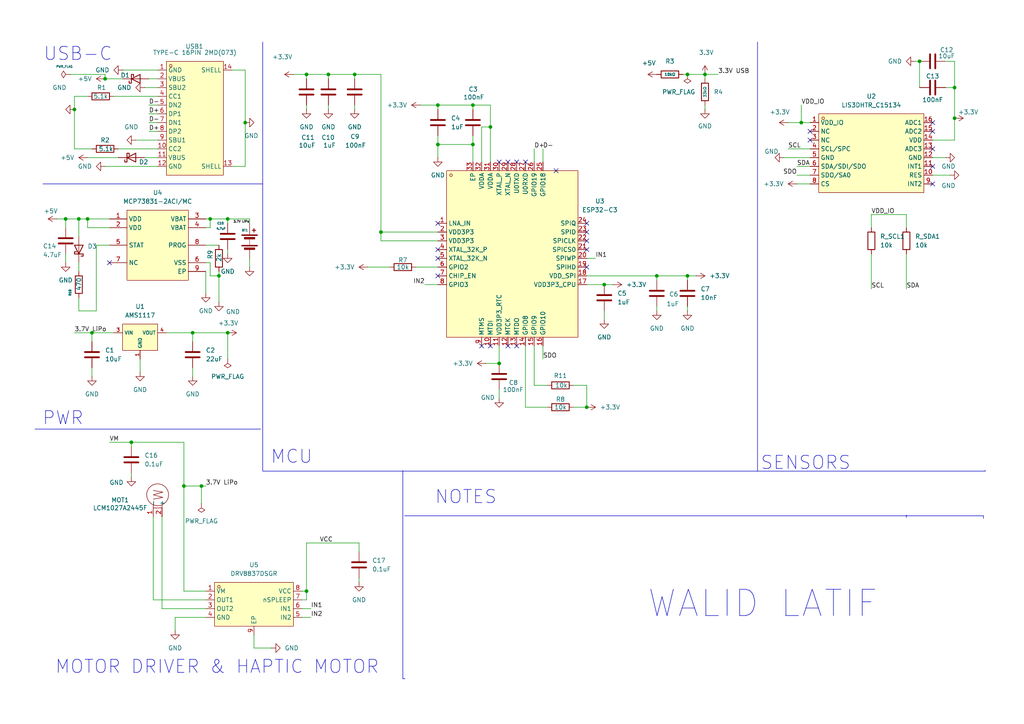
<source format=kicad_sch>
(kicad_sch (version 20250114) (generator "eeschema") (generator_version "9.0")
  (paper "A4")
  (text "WALID LATIF" (at 221.234 175.26 0) (effects (font (size 7.62 7.62))))
  (text "SENSORS\n" (at 233.68 134.366 0) (effects (font (size 3.81 3.81))))
  (text "MCU" (at 84.582 132.588 0) (effects (font (size 3.81 3.81))))
  (text "PWR" (at 18.288 121.412 0) (effects (font (size 3.81 3.81))))
  (text "USB-C\n" (at 22.606 15.748 0) (effects (font (size 3.81 3.81))))
  (text "NOTES\n" (at 135.128 144.272 0) (effects (font (size 3.81 3.81))))
  (text "MOTOR DRIVER & HAPTIC MOTOR\n\n" (at 62.992 196.596 0) (effects (font (size 3.81 3.81))))
  (junction (at 204.47 21.59))
  (junction (at 66.04 63.5))
  (junction (at 71.12 35.56))
  (junction (at 110.49 67.31))
  (junction (at 55.88 96.52))
  (junction (at 137.16 30.48))
  (junction (at 88.9 21.59))
  (junction (at 21.59 31.75))
  (junction (at 60.96 63.5))
  (junction (at 276.86 25.4))
  (junction (at 144.78 105.41))
  (junction (at 38.1 128.27))
  (junction (at 232.41 35.56))
  (junction (at 26.67 96.52))
  (junction (at 30.48 22.86))
  (junction (at 95.25 21.59))
  (junction (at 66.04 96.52))
  (junction (at 127 30.48))
  (junction (at 88.9 171.45))
  (junction (at 175.26 82.55))
  (junction (at 137.16 41.91))
  (junction (at 276.86 34.29))
  (junction (at 266.7 17.78))
  (junction (at 25.4 63.5))
  (junction (at 142.24 36.83))
  (junction (at 102.87 21.59))
  (junction (at 190.5 80.01))
  (junction (at 53.34 140.97))
  (junction (at 19.05 63.5))
  (junction (at 127 41.91))
  (junction (at 58.42 140.97))
  (junction (at 170.18 118.11))
  (junction (at 199.39 21.59))
  (junction (at 63.5 80.01))
  (junction (at 199.39 80.01))
  (junction (at 22.86 63.5))
  (no_connect (at 127 64.77))
  (no_connect (at 149.86 100.33))
  (no_connect (at 161.29 49.53))
  (no_connect (at 127 74.93))
  (no_connect (at 170.18 77.47))
  (no_connect (at 270.51 43.18))
  (no_connect (at 149.86 46.99))
  (no_connect (at 270.51 53.34))
  (no_connect (at 147.32 100.33))
  (no_connect (at 170.18 72.39))
  (no_connect (at 142.24 100.33))
  (no_connect (at 147.32 46.99))
  (no_connect (at 234.95 38.1))
  (no_connect (at 31.75 76.2))
  (no_connect (at 270.51 38.1))
  (no_connect (at 152.4 46.99))
  (no_connect (at 270.51 35.56))
  (no_connect (at 127 72.39))
  (no_connect (at 127 80.01))
  (no_connect (at 170.18 64.77))
  (no_connect (at 234.95 40.64))
  (no_connect (at 170.18 69.85))
  (no_connect (at 139.7 100.33))
  (no_connect (at 144.78 46.99))
  (no_connect (at 170.18 67.31))
  (no_connect (at 270.51 48.26))
  (wire (pts (xy 190.5 80.01) (xy 199.39 80.01)))
  (wire (pts (xy 71.12 20.32) (xy 71.12 35.56)))
  (wire (pts (xy 43.18 22.86) (xy 45.72 22.86)))
  (wire (pts (xy 199.39 80.01) (xy 201.93 80.01)))
  (wire (pts (xy 48.26 96.52) (xy 55.88 96.52)))
  (wire (pts (xy 66.04 96.52) (xy 66.04 104.14)))
  (polyline (pts (xy 116.84 196.85) (xy 117.475 196.85)))
  (wire (pts (xy 199.39 21.59) (xy 204.47 21.59)))
  (wire (pts (xy 228.6 35.56) (xy 232.41 35.56)))
  (wire (pts (xy 170.18 111.76) (xy 170.18 118.11)))
  (wire (pts (xy 30.48 21.59) (xy 20.32 21.59)))
  (wire (pts (xy 55.88 96.52) (xy 55.88 99.06)))
  (wire (pts (xy 34.29 43.18) (xy 45.72 43.18)))
  (wire (pts (xy 154.94 43.18) (xy 154.94 46.99)))
  (wire (pts (xy 170.18 74.93) (xy 172.72 74.93)))
  (wire (pts (xy 26.67 96.52) (xy 33.02 96.52)))
  (wire (pts (xy 50.8 179.07) (xy 50.8 182.88)))
  (wire (pts (xy 142.24 46.99) (xy 142.24 36.83)))
  (wire (pts (xy 59.69 173.99) (xy 44.45 173.99)))
  (wire (pts (xy 72.39 74.93) (xy 72.39 77.47)))
  (wire (pts (xy 110.49 67.31) (xy 127 67.31)))
  (wire (pts (xy 72.39 63.5) (xy 66.04 63.5)))
  (wire (pts (xy 55.88 106.68) (xy 55.88 109.22)))
  (wire (pts (xy 110.49 21.59) (xy 102.87 21.59)))
  (wire (pts (xy 26.67 106.68) (xy 26.67 109.22)))
  (polyline (pts (xy 219.71 12.192) (xy 219.71 136.652)))
  (wire (pts (xy 274.32 25.4) (xy 276.86 25.4)))
  (wire (pts (xy 21.59 96.52) (xy 26.67 96.52)))
  (wire (pts (xy 204.47 21.59) (xy 204.47 22.86)))
  (wire (pts (xy 252.73 73.66) (xy 252.73 83.82)))
  (wire (pts (xy 66.04 63.5) (xy 60.96 63.5)))
  (wire (pts (xy 22.86 90.17) (xy 22.86 86.36)))
  (wire (pts (xy 21.59 43.18) (xy 26.67 43.18)))
  (wire (pts (xy 19.05 73.66) (xy 19.05 76.2)))
  (wire (pts (xy 16.51 63.5) (xy 19.05 63.5)))
  (wire (pts (xy 270.51 45.72) (xy 274.32 45.72)))
  (wire (pts (xy 139.7 46.99) (xy 139.7 36.83)))
  (wire (pts (xy 21.59 27.94) (xy 21.59 31.75)))
  (wire (pts (xy 142.24 36.83) (xy 142.24 30.48)))
  (polyline (pts (xy 285.75 136.398) (xy 285.75 136.652)))
  (wire (pts (xy 144.78 100.33) (xy 144.78 105.41)))
  (polyline (pts (xy 76.2 51.435) (xy 76.2 136.525)))
  (wire (pts (xy 157.48 100.33) (xy 157.48 104.14)))
  (wire (pts (xy 38.1 129.54) (xy 38.1 128.27)))
  (wire (pts (xy 104.14 157.48) (xy 104.14 160.02)))
  (wire (pts (xy 38.1 137.16) (xy 38.1 138.43)))
  (wire (pts (xy 252.73 62.23) (xy 252.73 66.04)))
  (wire (pts (xy 127 41.91) (xy 137.16 41.91)))
  (wire (pts (xy 144.78 113.03) (xy 144.78 115.57)))
  (wire (pts (xy 59.69 176.53) (xy 46.99 176.53)))
  (wire (pts (xy 262.89 62.23) (xy 252.73 62.23)))
  (wire (pts (xy 87.63 176.53) (xy 90.17 176.53)))
  (wire (pts (xy 127 39.37) (xy 127 41.91)))
  (wire (pts (xy 43.18 38.1) (xy 45.72 38.1)))
  (wire (pts (xy 262.89 73.66) (xy 262.89 83.82)))
  (wire (pts (xy 43.18 35.56) (xy 45.72 35.56)))
  (wire (pts (xy 19.05 63.5) (xy 22.86 63.5)))
  (wire (pts (xy 33.02 27.94) (xy 45.72 27.94)))
  (wire (pts (xy 270.51 50.8) (xy 275.59 50.8)))
  (wire (pts (xy 31.75 66.04) (xy 25.4 66.04)))
  (wire (pts (xy 152.4 118.11) (xy 152.4 100.33)))
  (wire (pts (xy 60.96 63.5) (xy 59.69 63.5)))
  (wire (pts (xy 58.42 140.97) (xy 59.69 140.97)))
  (wire (pts (xy 72.39 64.77) (xy 72.39 63.5)))
  (wire (pts (xy 154.94 100.33) (xy 154.94 111.76)))
  (polyline (pts (xy 262.89 149.352) (xy 262.89 150.114)))
  (wire (pts (xy 66.04 63.5) (xy 66.04 64.77)))
  (polyline (pts (xy 285.242 149.606) (xy 285.242 150.368)))
  (wire (pts (xy 88.9 157.48) (xy 104.14 157.48)))
  (polyline (pts (xy 10.16 124.46) (xy 75.565 124.46)))
  (wire (pts (xy 127 30.48) (xy 121.92 30.48)))
  (wire (pts (xy 22.86 76.2) (xy 22.86 78.74)))
  (wire (pts (xy 21.59 31.75) (xy 21.59 43.18)))
  (wire (pts (xy 60.96 76.2) (xy 60.96 80.01)))
  (wire (pts (xy 137.16 30.48) (xy 127 30.48)))
  (wire (pts (xy 30.48 22.86) (xy 30.48 21.59)))
  (wire (pts (xy 157.48 43.18) (xy 157.48 46.99)))
  (wire (pts (xy 102.87 30.48) (xy 102.87 31.75)))
  (polyline (pts (xy 116.84 136.525) (xy 116.84 196.85)))
  (wire (pts (xy 190.5 88.9) (xy 190.5 90.17)))
  (wire (pts (xy 59.69 71.12) (xy 63.5 71.12)))
  (wire (pts (xy 88.9 21.59) (xy 88.9 22.86)))
  (wire (pts (xy 198.12 21.59) (xy 199.39 21.59)))
  (wire (pts (xy 110.49 69.85) (xy 110.49 67.31)))
  (wire (pts (xy 60.96 66.04) (xy 60.96 63.5)))
  (wire (pts (xy 59.69 179.07) (xy 50.8 179.07)))
  (wire (pts (xy 127 41.91) (xy 127 45.72)))
  (wire (pts (xy 87.63 179.07) (xy 90.17 179.07)))
  (wire (pts (xy 265.43 17.78) (xy 266.7 17.78)))
  (wire (pts (xy 53.34 171.45) (xy 53.34 140.97)))
  (polyline (pts (xy 76.2 12.192) (xy 76.2 51.308)))
  (wire (pts (xy 67.31 20.32) (xy 71.12 20.32)))
  (wire (pts (xy 270.51 40.64) (xy 276.86 40.64)))
  (wire (pts (xy 27.94 90.17) (xy 22.86 90.17)))
  (wire (pts (xy 170.18 82.55) (xy 175.26 82.55)))
  (wire (pts (xy 127 30.48) (xy 127 31.75)))
  (wire (pts (xy 43.18 33.02) (xy 45.72 33.02)))
  (wire (pts (xy 95.25 30.48) (xy 95.25 31.75)))
  (wire (pts (xy 38.1 128.27) (xy 53.34 128.27)))
  (polyline (pts (xy 76.2 136.652) (xy 219.71 136.652)))
  (wire (pts (xy 139.7 36.83) (xy 142.24 36.83)))
  (wire (pts (xy 137.16 39.37) (xy 137.16 41.91)))
  (wire (pts (xy 166.37 111.76) (xy 170.18 111.76)))
  (wire (pts (xy 231.14 48.26) (xy 234.95 48.26)))
  (wire (pts (xy 227.33 45.72) (xy 234.95 45.72)))
  (wire (pts (xy 55.88 96.52) (xy 66.04 96.52)))
  (wire (pts (xy 88.9 171.45) (xy 88.9 157.48)))
  (wire (pts (xy 88.9 21.59) (xy 85.09 21.59)))
  (wire (pts (xy 59.69 76.2) (xy 60.96 76.2)))
  (wire (pts (xy 231.14 53.34) (xy 234.95 53.34)))
  (wire (pts (xy 41.91 25.4) (xy 45.72 25.4)))
  (wire (pts (xy 104.14 167.64) (xy 104.14 168.91)))
  (wire (pts (xy 127 69.85) (xy 110.49 69.85)))
  (wire (pts (xy 88.9 30.48) (xy 88.9 31.75)))
  (wire (pts (xy 123.19 82.55) (xy 127 82.55)))
  (wire (pts (xy 39.37 40.64) (xy 45.72 40.64)))
  (wire (pts (xy 59.69 171.45) (xy 53.34 171.45)))
  (wire (pts (xy 204.47 30.48) (xy 204.47 31.75)))
  (wire (pts (xy 276.86 25.4) (xy 276.86 34.29)))
  (wire (pts (xy 190.5 80.01) (xy 190.5 81.28)))
  (wire (pts (xy 25.4 45.72) (xy 34.29 45.72)))
  (wire (pts (xy 142.24 30.48) (xy 137.16 30.48)))
  (wire (pts (xy 276.86 17.78) (xy 276.86 25.4)))
  (wire (pts (xy 26.67 96.52) (xy 26.67 99.06)))
  (wire (pts (xy 59.69 78.74) (xy 59.69 85.09)))
  (wire (pts (xy 175.26 82.55) (xy 177.8 82.55)))
  (wire (pts (xy 228.6 43.18) (xy 234.95 43.18)))
  (wire (pts (xy 199.39 80.01) (xy 199.39 81.28)))
  (wire (pts (xy 170.18 80.01) (xy 190.5 80.01)))
  (wire (pts (xy 27.94 71.12) (xy 27.94 90.17)))
  (wire (pts (xy 22.86 63.5) (xy 25.4 63.5)))
  (wire (pts (xy 58.42 140.97) (xy 58.42 146.05)))
  (wire (pts (xy 44.45 173.99) (xy 44.45 149.86)))
  (wire (pts (xy 152.4 118.11) (xy 158.75 118.11)))
  (wire (pts (xy 67.31 48.26) (xy 71.12 48.26)))
  (wire (pts (xy 175.26 90.17) (xy 175.26 92.71)))
  (wire (pts (xy 41.91 45.72) (xy 45.72 45.72)))
  (wire (pts (xy 106.68 77.47) (xy 113.03 77.47)))
  (wire (pts (xy 40.64 104.14) (xy 40.64 107.95)))
  (wire (pts (xy 53.34 140.97) (xy 58.42 140.97)))
  (wire (pts (xy 22.86 63.5) (xy 22.86 68.58)))
  (wire (pts (xy 31.75 71.12) (xy 27.94 71.12)))
  (wire (pts (xy 102.87 21.59) (xy 95.25 21.59)))
  (wire (pts (xy 31.75 128.27) (xy 38.1 128.27)))
  (wire (pts (xy 25.4 66.04) (xy 25.4 63.5)))
  (wire (pts (xy 25.4 27.94) (xy 21.59 27.94)))
  (wire (pts (xy 53.34 140.97) (xy 53.34 128.27)))
  (wire (pts (xy 63.5 78.74) (xy 63.5 80.01)))
  (wire (pts (xy 35.56 20.32) (xy 45.72 20.32)))
  (wire (pts (xy 43.18 30.48) (xy 45.72 30.48)))
  (wire (pts (xy 71.12 48.26) (xy 71.12 35.56)))
  (wire (pts (xy 262.89 62.23) (xy 262.89 66.04)))
  (wire (pts (xy 231.14 50.8) (xy 234.95 50.8)))
  (wire (pts (xy 30.48 48.26) (xy 45.72 48.26)))
  (wire (pts (xy 46.99 176.53) (xy 46.99 149.86)))
  (wire (pts (xy 140.97 105.41) (xy 144.78 105.41)))
  (wire (pts (xy 274.32 17.78) (xy 276.86 17.78)))
  (wire (pts (xy 137.16 41.91) (xy 137.16 46.99)))
  (wire (pts (xy 87.63 173.99) (xy 88.9 173.99)))
  (wire (pts (xy 87.63 171.45) (xy 88.9 171.45)))
  (wire (pts (xy 73.66 184.15) (xy 73.66 187.96)))
  (wire (pts (xy 95.25 21.59) (xy 95.25 22.86)))
  (polyline (pts (xy 219.71 136.652) (xy 285.75 136.652)))
  (wire (pts (xy 266.7 17.78) (xy 266.7 25.4)))
  (wire (pts (xy 102.87 21.59) (xy 102.87 22.86)))
  (wire (pts (xy 73.66 187.96) (xy 78.74 187.96)))
  (wire (pts (xy 63.5 80.01) (xy 63.5 87.63)))
  (wire (pts (xy 166.37 118.11) (xy 170.18 118.11)))
  (polyline (pts (xy 12.446 53.34) (xy 76.2 53.34)))
  (wire (pts (xy 137.16 30.48) (xy 137.16 31.75)))
  (wire (pts (xy 110.49 67.31) (xy 110.49 21.59)))
  (wire (pts (xy 120.65 77.47) (xy 127 77.47)))
  (wire (pts (xy 19.05 63.5) (xy 19.05 66.04)))
  (wire (pts (xy 154.94 111.76) (xy 158.75 111.76)))
  (wire (pts (xy 232.41 35.56) (xy 234.95 35.56)))
  (wire (pts (xy 199.39 88.9) (xy 199.39 90.17)))
  (wire (pts (xy 95.25 21.59) (xy 88.9 21.59)))
  (wire (pts (xy 30.48 22.86) (xy 35.56 22.86)))
  (wire (pts (xy 232.41 30.48) (xy 232.41 35.56)))
  (wire (pts (xy 88.9 173.99) (xy 88.9 171.45)))
  (wire (pts (xy 60.96 80.01) (xy 63.5 80.01)))
  (wire (pts (xy 66.04 73.66) (xy 66.04 72.39)))
  (wire (pts (xy 25.4 63.5) (xy 31.75 63.5)))
  (wire (pts (xy 59.69 66.04) (xy 60.96 66.04)))
  (polyline (pts (xy 117.348 149.606) (xy 285.242 149.606)))
  (wire (pts (xy 276.86 34.29) (xy 276.86 40.64)))
  (wire (pts (xy 208.28 21.59) (xy 204.47 21.59)))
  (label "3.7V LiPo" (at 21.59 96.52 0))
  (label "D+" (at 43.18 38.1 0))
  (label "IN2" (at 90.17 179.07 0))
  (label "SDO" (at 157.48 104.14 0))
  (label "D-" (at 43.18 30.48 0))
  (label "D-" (at 43.18 35.56 0))
  (label "VCC" (at 92.71 157.48 0))
  (label "SDO" (at 231.14 50.8 180))
  (label "3.3V USB" (at 208.28 21.59 0))
  (label "D-" (at 157.48 43.18 0))
  (label "VDD_IO" (at 232.41 30.48 0))
  (label "SCL" (at 252.73 83.82 0))
  (label "D+" (at 154.94 43.18 0))
  (label "SDA" (at 262.89 83.82 0))
  (label "VDD_IO" (at 252.73 62.23 0))
  (label "SDA" (at 231.14 48.26 0))
  (label "IN1" (at 172.72 74.93 0))
  (label "IN2" (at 123.19 82.55 180))
  (label "3.7V LiPo" (at 72.39 64.77 180) (effects (font (size 0.635 0.635))))
  (label "IN1" (at 90.17 176.53 0))
  (label "VM" (at 31.75 128.27 0))
  (label "D+" (at 43.18 33.02 0))
  (label "3.7V LiPo" (at 59.69 140.97 0))
  (label "SCL" (at 228.6 43.18 0))
  (symbol (lib_id "Device:C") (at 104.14 163.83 0) (unit 1)
    (property "Reference" "C17" (at 107.95 162.5599 0) (effects (justify left)))
    (property "Value" "0.1uF" (at 107.95 165.0999 0) (effects (justify left)))
    (property "Footprint" "PCM_JLCPCB:C_0603" (effects (hide yes)))
    (property "Description" "Unpolarized capacitor" (effects (hide yes)))
  )
  (symbol (lib_id "Device:C") (at 66.04 68.58 0) (unit 1)
    (property "Reference" "C15" (at 62.992 64.77 0) (effects (font (size 0.635 0.635)) (justify left)))
    (property "Value" "4.7uF" (at 62.738 66.294 0) (effects (font (size 0.635 0.635)) (justify left)))
    (property "Footprint" "PCM_JLCPCB:C_0805" (effects (hide yes)))
    (property "Description" "Unpolarized capacitor" (effects (hide yes)))
  )
  (symbol (lib_id "Device:C") (at 19.05 69.85 0) (unit 1)
    (property "Reference" "C14" (at 12.446 71.374 0) (effects (justify left)))
    (property "Value" "4.7uF" (at 12.446 73.914 0) (effects (justify left)))
    (property "Footprint" "PCM_JLCPCB:C_0805" (effects (hide yes)))
    (property "Description" "Unpolarized capacitor" (effects (hide yes)))
  )
  (symbol (lib_id "Device:C") (at 270.51 25.4 90) (unit 1)
    (property "Reference" "C13" (at 270.51 22.098 90))
    (property "Value" "100nF" (at 270.51 28.956 90))
    (property "Footprint" "PCM_JLCPCB:C_0603" (effects (hide yes)))
    (property "Description" "Unpolarized capacitor" (effects (hide yes)))
  )
  (symbol (lib_id "power:GND") (at 39.37 40.64 270) (unit 1)
    (property "Reference" "#PWR05" (effects (hide yes)))
    (property "Value" "GND" (at 38.1 36.83 90))
    (property "Description" "Power symbol creates a global label with name \"GND\" , ground" (effects (hide yes)))
  )
  (symbol (lib_id "power:GND") (at 41.91 25.4 270) (unit 1)
    (property "Reference" "#PWR03" (effects (hide yes)))
    (property "Value" "GND" (at 38.1 25.3999 90) (effects (justify right)))
    (property "Description" "Power symbol creates a global label with name \"GND\" , ground" (effects (hide yes)))
  )
  (symbol (lib_id "easyeda2kicad:DRV8837DSGR") (at 73.66 175.26 0) (unit 1)
    (property "Reference" "U5" (at 73.66 163.83 0))
    (property "Value" "DRV8837DSGR" (at 73.66 166.37 0))
    (property "Footprint" "easyeda2kicad:WSON-8_L2.0-W2.0-P0.50-TL-EP" (effects (hide yes)))
    (property "Datasheet" "https://lcsc.com/product-detail/Motor-Drivers_TI_DRV8837DSGR_DRV8837DSGR_C39159.html" (effects (hide yes)))
    (property "LCSC Part" "C39159" (effects (hide yes)))
  )
  (symbol (lib_id "power:+3.3V") (at 140.97 105.41 90) (unit 1)
    (property "Reference" "#PWR027" (effects (hide yes)))
    (property "Value" "+3.3V" (at 137.16 105.4099 90) (effects (justify left)))
    (property "Description" "Power symbol creates a global label with name \"+3.3V\"" (effects (hide yes)))
  )
  (symbol (lib_id "Device:R") (at 262.89 69.85 0) (unit 1)
    (property "Reference" "R_SDA1" (at 265.43 68.5799 0) (effects (justify left)))
    (property "Value" "10k" (at 265.43 71.1199 0) (effects (justify left)))
    (property "Footprint" "PCM_JLCPCB:R_0603" (effects (hide yes)))
    (property "Description" "Resistor" (effects (hide yes)))
  )
  (symbol (lib_id "power:GND") (at 102.87 31.75 0) (unit 1)
    (property "Reference" "#PWR030" (effects (hide yes)))
    (property "Value" "GND" (at 102.87 36.83 0))
    (property "Description" "Power symbol creates a global label with name \"GND\" , ground" (effects (hide yes)))
  )
  (symbol (lib_id "power:GND") (at 30.48 48.26 270) (unit 1)
    (property "Reference" "#PWR07" (effects (hide yes)))
    (property "Value" "GND" (at 26.67 48.2599 90) (effects (justify right)))
    (property "Description" "Power symbol creates a global label with name \"GND\" , ground" (effects (hide yes)))
  )
  (symbol (lib_id "power:GND") (at 95.25 31.75 0) (unit 1)
    (property "Reference" "#PWR031" (effects (hide yes)))
    (property "Value" "GND" (at 95.25 36.83 0))
    (property "Description" "Power symbol creates a global label with name \"GND\" , ground" (effects (hide yes)))
  )
  (symbol (lib_id "Device:R") (at 162.56 118.11 90) (unit 1)
    (property "Reference" "R8" (at 162.56 115.824 90))
    (property "Value" "10k" (at 162.56 118.11 90))
    (property "Footprint" "PCM_JLCPCB:R_0603" (effects (hide yes)))
    (property "Description" "Resistor" (effects (hide yes)))
  )
  (symbol (lib_id "power:PWR_FLAG") (at 58.42 146.05 180) (unit 1)
    (property "Reference" "#FLG01" (effects (hide yes)))
    (property "Value" "PWR_FLAG" (at 58.42 151.13 0))
    (property "Description" "Special symbol for telling ERC where power comes from" (effects (hide yes)))
  )
  (symbol (lib_id "Device:C") (at 175.26 86.36 0) (unit 1)
    (property "Reference" "C5" (at 179.07 85.0899 0) (effects (justify left)))
    (property "Value" "1uF" (at 179.07 87.6299 0) (effects (justify left)))
    (property "Footprint" "PCM_JLCPCB:C_0603" (effects (hide yes)))
    (property "Description" "Unpolarized capacitor" (effects (hide yes)))
  )
  (symbol (lib_id "Device:R") (at 162.56 111.76 90) (unit 1)
    (property "Reference" "R11" (at 162.56 108.966 90))
    (property "Value" "10k" (at 162.814 111.76 90))
    (property "Footprint" "PCM_JLCPCB:R_0603" (effects (hide yes)))
    (property "Description" "Resistor" (effects (hide yes)))
  )
  (symbol (lib_id "power:+3.3V") (at 231.14 53.34 90) (unit 1)
    (property "Reference" "#PWR034" (effects (hide yes)))
    (property "Value" "+3.3V" (at 227.33 53.3399 90) (effects (justify left)))
    (property "Description" "Power symbol creates a global label with name \"+3.3V\"" (effects (hide yes)))
  )
  (symbol (lib_id "PCM_JLCPCB-Resistors:0603,33kΩ") (at 204.47 26.67 0) (unit 1)
    (property "Reference" "R4" (at 207.01 26.6699 0) (effects (justify left)))
    (property "Value" "33kΩ" (at 204.47 26.67 90) (effects (font (size 0.8 0.8))))
    (property "Footprint" "PCM_JLCPCB:R_0603" (effects (hide yes)))
    (property "Datasheet" "https://www.lcsc.com/datasheet/lcsc_datasheet_2206010230_UNI-ROYAL-Uniroyal-Elec-0603WAF3302T5E_C4216.pdf" (effects (hide yes)))
    (property "Description" "100mW Thick Film Resistors 75V ±100ppm/°C ±1% 33kΩ 0603 Chip Resistor - Surface Mount ROHS" (effects (hide yes)))
    (property "LCSC" "C4216" (effects (hide yes)))
    (property "Stock" "975745" (effects (hide yes)))
    (property "Price" "0.004USD" (effects (hide yes)))
    (property "Process" "SMT" (effects (hide yes)))
    (property "Minimum Qty" "20" (effects (hide yes)))
    (property "Attrition Qty" "10" (effects (hide yes)))
    (property "Class" "Basic Component" (effects (hide yes)))
    (property "Category" "Resistors,Chip Resistor - Surface Mount" (effects (hide yes)))
    (property "Manufacturer" "UNI-ROYAL(Uniroyal Elec)" (effects (hide yes)))
    (property "Part" "0603WAF3302T5E" (effects (hide yes)))
    (property "Resistance" "33kΩ" (effects (hide yes)))
    (property "Power(Watts)" "100mW" (effects (hide yes)))
    (property "Type" "Thick Film Resistors" (effects (hide yes)))
    (property "Overload Voltage (Max)" "75V" (effects (hide yes)))
    (property "Operating Temperature Range" "-55°C~+155°C" (effects (hide yes)))
    (property "Tolerance" "±1%" (effects (hide yes)))
    (property "Temperature Coefficient" "±100ppm/°C" (effects (hide yes)))
  )
  (symbol (lib_id "power:LINE") (at 204.47 21.59 0) (unit 1)
    (property "Reference" "#PWR092" (effects (hide yes)))
    (property "Value" "3.3V" (at 202.692 15.24 0) (effects (justify left)))
    (property "Description" "Power symbol creates a global label with name \"LINE\"" (effects (hide yes)))
  )
  (symbol (lib_id "Device:R") (at 22.86 82.55 0) (unit 1)
    (property "Reference" "R10" (at 20.32 85.852 90) (effects (font (size 0.635 0.635)) (justify left)))
    (property "Value" "470" (at 22.86 84.328 90) (effects (justify left)))
    (property "Footprint" "PCM_JLCPCB:R_0603" (effects (hide yes)))
    (property "Description" "Resistor" (effects (hide yes)))
  )
  (symbol (lib_id "power:GND") (at 35.56 20.32 270) (unit 1)
    (property "Reference" "#PWR01" (effects (hide yes)))
    (property "Value" "GND" (at 31.75 20.3199 90) (effects (justify right)))
    (property "Description" "Power symbol creates a global label with name \"GND\" , ground" (effects (hide yes)))
  )
  (symbol (lib_id "power:+3.3V") (at 106.68 77.47 90) (unit 1)
    (property "Reference" "#PWR021" (effects (hide yes)))
    (property "Value" "+3.3V" (at 102.87 77.4699 90) (effects (justify left)))
    (property "Description" "Power symbol creates a global label with name \"+3.3V\"" (effects (hide yes)))
  )
  (symbol (lib_id "power:+5V") (at 25.4 45.72 90) (unit 1)
    (property "Reference" "#PWR06" (effects (hide yes)))
    (property "Value" "+5V" (at 21.59 45.7199 90) (effects (justify left)))
    (property "Description" "Power symbol creates a global label with name \"+5V\"" (effects (hide yes)))
  )
  (symbol (lib_id "power:GND") (at 26.67 109.22 0) (unit 1)
    (property "Reference" "#PWR08" (effects (hide yes)))
    (property "Value" "GND" (at 26.67 114.3 0))
    (property "Description" "Power symbol creates a global label with name \"GND\" , ground" (effects (hide yes)))
  )
  (symbol (lib_id "power:+5V") (at 30.48 22.86 90) (unit 1)
    (property "Reference" "#PWR02" (effects (hide yes)))
    (property "Value" "+5V" (at 26.67 22.8599 90) (effects (justify left)))
    (property "Description" "Power symbol creates a global label with name \"+5V\"" (effects (hide yes)))
  )
  (symbol (lib_id "Device:C") (at 270.51 17.78 90) (unit 1)
    (property "Reference" "C12" (at 274.574 14.478 90))
    (property "Value" "10uF" (at 274.574 16.256 90))
    (property "Footprint" "PCM_JLCPCB:C_0805" (effects (hide yes)))
    (property "Description" "Unpolarized capacitor" (effects (hide yes)))
  )
  (symbol (lib_id "power:GND") (at 55.88 109.22 0) (unit 1)
    (property "Reference" "#PWR09" (effects (hide yes)))
    (property "Value" "GND" (at 55.88 114.3 0))
    (property "Description" "Power symbol creates a global label with name \"GND\" , ground" (effects (hide yes)))
  )
  (symbol (lib_id "Device:C") (at 102.87 26.67 0) (unit 1)
    (property "Reference" "C9" (at 101.6 39.624 0) (effects (justify left)))
    (property "Value" "100nF" (at 100.076 42.164 0) (effects (justify left)))
    (property "Footprint" "PCM_JLCPCB:C_0603" (effects (hide yes)))
    (property "Description" "Unpolarized capacitor" (effects (hide yes)))
  )
  (symbol (lib_id "Device:C") (at 95.25 26.67 0) (unit 1)
    (property "Reference" "C10" (at 93.218 39.878 0) (effects (justify left)))
    (property "Value" "1uF" (at 93.726 42.164 0) (effects (justify left)))
    (property "Footprint" "PCM_JLCPCB:C_0603" (effects (hide yes)))
    (property "Description" "Unpolarized capacitor" (effects (hide yes)))
  )
  (symbol (lib_id "power:GND") (at 50.8 182.88 0) (unit 1)
    (property "Reference" "#PWR011" (effects (hide yes)))
    (property "Value" "GND" (at 50.8 187.96 0))
    (property "Description" "Power symbol creates a global label with name \"GND\" , ground" (effects (hide yes)))
  )
  (symbol (lib_id "easyeda2kicad:LCM1027A2445F") (at 45.72 143.51 270) (unit 1)
    (property "Reference" "MOT1" (at 32.258 145.034 90) (effects (justify left)))
    (property "Value" "LCM1027A2445F" (at 26.924 147.32 90) (effects (justify left)))
    (property "Footprint" "easyeda2kicad:VIBRATING-MOTOR-SMD_WELDING" (effects (hide yes)))
    (property "LCSC Part" "C2759984" (effects (hide yes)))
  )
  (symbol (lib_id "Device:C") (at 38.1 133.35 0) (unit 1)
    (property "Reference" "C16" (at 41.91 132.0799 0) (effects (justify left)))
    (property "Value" "0.1uF" (at 41.91 134.6199 0) (effects (justify left)))
    (property "Footprint" "PCM_JLCPCB:C_0603" (effects (hide yes)))
    (property "Description" "Unpolarized capacitor" (effects (hide yes)))
  )
  (symbol (lib_id "PCM_JLCPCB-Resistors:0603,18kΩ") (at 194.31 21.59 90) (unit 1)
    (property "Reference" "R3" (at 194.31 17.78 90))
    (property "Value" "18kΩ" (at 194.31 21.59 90) (effects (font (size 0.8 0.8))))
    (property "Footprint" "PCM_JLCPCB:R_0603" (effects (hide yes)))
    (property "Datasheet" "https://www.lcsc.com/datasheet/lcsc_datasheet_2206010045_UNI-ROYAL-Uniroyal-Elec-0603WAF1802T5E_C25810.pdf" (effects (hide yes)))
    (property "Description" "100mW Thick Film Resistors 75V ±100ppm/°C ±1% 18kΩ 0603 Chip Resistor - Surface Mount ROHS" (effects (hide yes)))
    (property "LCSC" "C25810" (effects (hide yes)))
    (property "Stock" "574660" (effects (hide yes)))
    (property "Price" "0.004USD" (effects (hide yes)))
    (property "Process" "SMT" (effects (hide yes)))
    (property "Minimum Qty" "20" (effects (hide yes)))
    (property "Attrition Qty" "10" (effects (hide yes)))
    (property "Class" "Basic Component" (effects (hide yes)))
    (property "Category" "Resistors,Chip Resistor - Surface Mount" (effects (hide yes)))
    (property "Manufacturer" "UNI-ROYAL(Uniroyal Elec)" (effects (hide yes)))
    (property "Part" "0603WAF1802T5E" (effects (hide yes)))
    (property "Resistance" "18kΩ" (effects (hide yes)))
    (property "Power(Watts)" "100mW" (effects (hide yes)))
    (property "Type" "Thick Film Resistors" (effects (hide yes)))
    (property "Overload Voltage (Max)" "75V" (effects (hide yes)))
    (property "Operating Temperature Range" "-55°C~+155°C" (effects (hide yes)))
    (property "Tolerance" "±1%" (effects (hide yes)))
    (property "Temperature Coefficient" "±100ppm/°C" (effects (hide yes)))
  )
  (symbol (lib_id "Device:C") (at 144.78 109.22 0) (unit 1)
    (property "Reference" "C8" (at 147.574 110.998 0) (effects (justify left)))
    (property "Value" "100nF" (at 145.796 113.03 0) (effects (justify left)))
    (property "Footprint" "PCM_JLCPCB:C_0603" (effects (hide yes)))
    (property "Description" "Unpolarized capacitor" (effects (hide yes)))
  )
  (symbol (lib_id "Device:C") (at 88.9 26.67 0) (unit 1)
    (property "Reference" "C11" (at 87.376 39.878 0) (effects (justify left)))
    (property "Value" "10uF" (at 86.614 42.164 0) (effects (justify left)))
    (property "Footprint" "PCM_JLCPCB:C_0805" (effects (hide yes)))
    (property "Description" "Unpolarized capacitor" (effects (hide yes)))
  )
  (symbol (lib_id "PCM_JLCPCB-Diodes:Schottky,1N5819WS") (at 39.37 22.86 270) (unit 1)
    (property "Reference" "D1" (at 36.322 21.844 90))
    (property "Value" "1N5819WS" (effects (hide yes)))
    (property "Footprint" "PCM_JLCPCB:D_SOD-323" (effects (hide yes)))
    (property "Datasheet" "https://www.lcsc.com/datasheet/lcsc_datasheet_2409300937_Guangdong-Hottech-1N5819WS_C191023.pdf" (effects (hide yes)))
    (property "Description" "40V 600mV@1A 1A SOD-323 Schottky Diodes ROHS" (effects (hide yes)))
    (property "LCSC" "C191023" (effects (hide yes)))
    (property "Stock" "1836556" (effects (hide yes)))
    (property "Price" "0.013USD" (effects (hide yes)))
    (property "Process" "SMT" (effects (hide yes)))
    (property "Minimum Qty" "20" (effects (hide yes)))
    (property "Attrition Qty" "10" (effects (hide yes)))
    (property "Class" "Basic Component" (effects (hide yes)))
    (property "Category" "Diodes,Schottky Barrier Diodes (SBD)" (effects (hide yes)))
    (property "Manufacturer" "Guangdong Hottech" (effects (hide yes)))
    (property "Part" "1N5819WS" (effects (hide yes)))
    (property "Rectified Current" "1A" (effects (hide yes)))
    (property "Forward Voltage (Vf@If)" "600mV@1A" (effects (hide yes)))
    (property "Reverse Voltage (Vr)" "40V" (effects (hide yes)))
  )
  (symbol (lib_id "power:GND") (at 127 45.72 0) (unit 1)
    (property "Reference" "#PWR019" (effects (hide yes)))
    (property "Value" "GND" (at 127 50.8 0))
    (property "Description" "Power symbol creates a global label with name \"GND\" , ground" (effects (hide yes)))
  )
  (symbol (lib_id "power:+3.3V") (at 121.92 30.48 90) (unit 1)
    (property "Reference" "#PWR018" (effects (hide yes)))
    (property "Value" "+3.3V" (at 118.11 30.4799 90) (effects (justify left)))
    (property "Description" "Power symbol creates a global label with name \"+3.3V\"" (effects (hide yes)))
  )
  (symbol (lib_id "PCM_JLCPCB-Diodes:Schottky,1N5819WS") (at 38.1 45.72 270) (unit 1)
    (property "Reference" "D2" (at 41.656 46.99 90))
    (property "Value" "1N5819WS" (effects (hide yes)))
    (property "Footprint" "PCM_JLCPCB:D_SOD-323" (effects (hide yes)))
    (property "Datasheet" "https://www.lcsc.com/datasheet/lcsc_datasheet_2409300937_Guangdong-Hottech-1N5819WS_C191023.pdf" (effects (hide yes)))
    (property "Description" "40V 600mV@1A 1A SOD-323 Schottky Diodes ROHS" (effects (hide yes)))
    (property "LCSC" "C191023" (effects (hide yes)))
    (property "Stock" "1836556" (effects (hide yes)))
    (property "Price" "0.013USD" (effects (hide yes)))
    (property "Process" "SMT" (effects (hide yes)))
    (property "Minimum Qty" "20" (effects (hide yes)))
    (property "Attrition Qty" "10" (effects (hide yes)))
    (property "Class" "Basic Component" (effects (hide yes)))
    (property "Category" "Diodes,Schottky Barrier Diodes (SBD)" (effects (hide yes)))
    (property "Manufacturer" "Guangdong Hottech" (effects (hide yes)))
    (property "Part" "1N5819WS" (effects (hide yes)))
    (property "Rectified Current" "1A" (effects (hide yes)))
    (property "Forward Voltage (Vf@If)" "600mV@1A" (effects (hide yes)))
    (property "Reverse Voltage (Vr)" "40V" (effects (hide yes)))
  )
  (symbol (lib_id "power:GND") (at 199.39 90.17 0) (unit 1)
    (property "Reference" "#PWR025" (effects (hide yes)))
    (property "Value" "GND" (at 199.39 95.25 0))
    (property "Description" "Power symbol creates a global label with name \"GND\" , ground" (effects (hide yes)))
  )
  (symbol (lib_id "power:+3.3V") (at 276.86 34.29 270) (unit 1)
    (property "Reference" "#PWR015" (effects (hide yes)))
    (property "Value" "+3.3V" (at 277.876 32.512 90) (effects (justify left)))
    (property "Description" "Power symbol creates a global label with name \"+3.3V\"" (effects (hide yes)))
  )
  (symbol (lib_id "power:+3.3V") (at 228.6 35.56 90) (unit 1)
    (property "Reference" "#PWR013" (effects (hide yes)))
    (property "Value" "+3.3V" (at 229.108 32.512 90) (effects (justify left)))
    (property "Description" "Power symbol creates a global label with name \"+3.3V\"" (effects (hide yes)))
  )
  (symbol (lib_id "Device:R") (at 29.21 27.94 90) (unit 1)
    (property "Reference" "R1" (at 29.464 25.4 90))
    (property "Value" "5.1k" (at 29.21 27.94 90))
    (property "Footprint" "PCM_JLCPCB:R_0603" (effects (hide yes)))
    (property "Description" "Resistor" (effects (hide yes)))
  )
  (symbol (lib_id "Device:Battery") (at 72.39 69.85 0) (unit 1)
    (property "Reference" "BT1" (at 70.104 66.802 0) (effects (font (size 0.635 0.635)) (justify left)))
    (property "Value" "Battery" (effects (hide yes)))
    (property "Footprint" "Jumper:SolderJumper-2_P1.3mm_Bridged2Bar_Pad1.0x1.5mm" (effects (hide yes)))
    (property "Description" "Multiple-cell battery" (effects (hide yes)))
    (property "Sim.Device" "V" (effects (hide yes)))
    (property "Sim.Type" "DC" (effects (hide yes)))
    (property "Sim.Pins" "1=+ 2=-" (effects (hide yes)))
  )
  (symbol (lib_id "Device:R") (at 252.73 69.85 0) (unit 1)
    (property "Reference" "R_SCL1" (at 255.27 68.5799 0) (effects (justify left)))
    (property "Value" "10k" (at 255.27 71.1199 0) (effects (justify left)))
    (property "Footprint" "PCM_JLCPCB:R_0603" (effects (hide yes)))
    (property "Description" "Resistor" (effects (hide yes)))
  )
  (symbol (lib_id "power:GND") (at 71.12 35.56 90) (unit 1)
    (property "Reference" "#PWR041" (effects (hide yes)))
    (property "Value" "GND" (at 70.866 39.37 90) (effects (justify right)))
    (property "Description" "Power symbol creates a global label with name \"GND\" , ground" (effects (hide yes)))
  )
  (symbol (lib_id "easyeda2kicad:LIS3DHTR_C15134") (at 252.73 44.45 0) (unit 1)
    (property "Reference" "U2" (at 252.73 27.94 0))
    (property "Value" "LIS3DHTR_C15134" (at 252.73 30.48 0))
    (property "Footprint" "easyeda2kicad:LGA-16_L3.0-W3.0-P0.50-TL" (effects (hide yes)))
    (property "Datasheet" "https://lcsc.com/product-detail/Motion-Sensors-Accelerometers_STMicroelectronics_LIS3DHTR_LIS3DHTR_C15134.html" (effects (hide yes)))
    (property "LCSC Part" "C15134" (effects (hide yes)))
  )
  (symbol (lib_id "power:GND") (at 275.59 50.8 90) (unit 1)
    (property "Reference" "#PWR017" (effects (hide yes)))
    (property "Value" "GND" (at 273.05 53.848 90) (effects (justify right)))
    (property "Description" "Power symbol creates a global label with name \"GND\" , ground" (effects (hide yes)))
  )
  (symbol (lib_id "power:GND") (at 265.43 17.78 270) (unit 1)
    (property "Reference" "#PWR033" (effects (hide yes)))
    (property "Value" "GND" (at 261.62 17.7799 90) (effects (justify right)))
    (property "Description" "Power symbol creates a global label with name \"GND\" , ground" (effects (hide yes)))
  )
  (symbol (lib_id "easyeda2kicad:TYPE-C16PIN2MD(073)") (at 57.15 34.29 0) (unit 1)
    (property "Reference" "USB1" (at 56.388 13.462 0))
    (property "Value" "TYPE-C 16PIN 2MD(073)" (at 56.515 15.24 0))
    (property "Footprint" "easyeda2kicad:USB-C-SMD_TYPE-C-6PIN-2MD-073" (effects (hide yes)))
    (property "LCSC Part" "C2765186" (effects (hide yes)))
  )
  (symbol (lib_id "Device:R") (at 116.84 77.47 90) (unit 1)
    (property "Reference" "R7" (at 116.84 75.438 90))
    (property "Value" "10k" (at 116.84 77.47 90))
    (property "Footprint" "PCM_JLCPCB:R_0603" (effects (hide yes)))
    (property "Description" "Resistor" (effects (hide yes)))
  )
  (symbol (lib_id "power:+3.3V") (at 170.18 118.11 270) (unit 1)
    (property "Reference" "#PWR022" (effects (hide yes)))
    (property "Value" "+3.3V" (at 173.99 118.1099 90) (effects (justify left)))
    (property "Description" "Power symbol creates a global label with name \"+3.3V\"" (effects (hide yes)))
  )
  (symbol (lib_id "power:GND") (at 78.74 187.96 90) (unit 1)
    (property "Reference" "#PWR042" (effects (hide yes)))
    (property "Value" "GND" (at 82.55 187.9599 90) (effects (justify right)))
    (property "Description" "Power symbol creates a global label with name \"GND\" , ground" (effects (hide yes)))
  )
  (symbol (lib_id "power:+5V") (at 16.51 63.5 90) (unit 1)
    (property "Reference" "#PWR035" (effects (hide yes)))
    (property "Value" "+5V" (at 16.764 61.214 90) (effects (justify left)))
    (property "Description" "Power symbol creates a global label with name \"+5V\"" (effects (hide yes)))
  )
  (symbol (lib_id "PCM_JLCPCB-Power:LDO, 3.3V, 1A") (at 40.64 99.06 0) (unit 1)
    (property "Reference" "U1" (at 40.64 88.9 0))
    (property "Value" "AMS1117" (at 40.64 91.44 0))
    (property "Footprint" "PCM_JLCPCB:SOT-223-3_L6.5-W3.4-P2.30-LS7.0-BR" (effects (hide yes)))
    (property "Datasheet" "https://www.lcsc.com/datasheet/lcsc_datasheet_2410121508_Advanced-Monolithic-Systems-AMS1117-3-3_C6186.pdf" (effects (hide yes)))
    (property "Description" "72dB@(120Hz) 1A Fixed 3.3V Positive electrode SOT-223 Voltage Regulators - Linear, Low Drop Out (LDO) Regulators ROHS" (effects (hide yes)))
    (property "LCSC" "C6186" (effects (hide yes)))
    (property "Stock" "1270542" (effects (hide yes)))
    (property "Price" "0.169USD" (effects (hide yes)))
    (property "Process" "SMT" (effects (hide yes)))
    (property "Minimum Qty" "2" (effects (hide yes)))
    (property "Attrition Qty" "0" (effects (hide yes)))
    (property "Class" "Basic Component" (effects (hide yes)))
    (property "Category" "Power Management ICs,Linear Voltage Regulators (LDO)" (effects (hide yes)))
    (property "Manufacturer" "Advanced Monolithic Systems" (effects (hide yes)))
    (property "Part" "AMS1117-3.3" (effects (hide yes)))
    (property "Number Of Outputs" "1" (effects (hide yes)))
    (property "Output Voltage" "3.3V" (effects (hide yes)))
    (property "Dropout Voltage" "1.3V@(800mA)" (effects (hide yes)))
    (property "Output Current" "1A" (effects (hide yes)))
    (property "Output Type" "Fixed" (effects (hide yes)))
    (property "Output Polarity" "Positive electrode" (effects (hide yes)))
    (property "Power Supply Rejection Ratio (Psrr)" "72dB@(120Hz)" (effects (hide yes)))
    (property "Feature" "Overcurrent Protection(OCP);Thermal Protection(TSD)" (effects (hide yes)))
  )
  (symbol (lib_id "power:GND") (at 19.05 76.2 0) (unit 1)
    (property "Reference" "#PWR036" (effects (hide yes)))
    (property "Value" "GND" (at 19.05 81.28 0))
    (property "Description" "Power symbol creates a global label with name \"GND\" , ground" (effects (hide yes)))
  )
  (symbol (lib_id "power:+3.3V") (at 201.93 80.01 270) (unit 1)
    (property "Reference" "#PWR024" (effects (hide yes)))
    (property "Value" "+3.3V" (at 205.74 80.0099 90) (effects (justify left)))
    (property "Description" "Power symbol creates a global label with name \"+3.3V\"" (effects (hide yes)))
  )
  (symbol (lib_id "easyeda2kicad:ESP32-C3") (at 148.59 73.66 0) (unit 1)
    (property "Reference" "U3" (at 173.99 58.3498 0))
    (property "Value" "ESP32-C3" (at 173.99 60.8898 0))
    (property "Footprint" "easyeda2kicad:QFN-32_L5.0-W5.0-P0.50-TL-EP3.7" (effects (hide yes)))
    (property "LCSC Part" "C2838500" (effects (hide yes)))
  )
  (symbol (lib_id "Device:C") (at 199.39 85.09 0) (unit 1)
    (property "Reference" "C7" (at 203.2 83.8199 0) (effects (justify left)))
    (property "Value" "10nF" (at 203.2 86.3599 0) (effects (justify left)))
    (property "Footprint" "PCM_JLCPCB:C_0603" (effects (hide yes)))
    (property "Description" "Unpolarized capacitor" (effects (hide yes)))
  )
  (symbol (lib_id "power:+3.3V") (at 85.09 21.59 90) (unit 1)
    (property "Reference" "#PWR029" (effects (hide yes)))
    (property "Value" "+3.3V" (at 84.836 16.51 90) (effects (justify left)))
    (property "Description" "Power symbol creates a global label with name \"+3.3V\"" (effects (hide yes)))
  )
  (symbol (lib_id "power:GND") (at 38.1 138.43 0) (unit 1)
    (property "Reference" "#PWR043" (effects (hide yes)))
    (property "Value" "GND" (at 33.782 139.954 0))
    (property "Description" "Power symbol creates a global label with name \"GND\" , ground" (effects (hide yes)))
  )
  (symbol (lib_id "power:+3.3V") (at 177.8 82.55 270) (unit 1)
    (property "Reference" "#PWR020" (effects (hide yes)))
    (property "Value" "+3.3V" (at 181.61 82.5499 90) (effects (justify left)))
    (property "Description" "Power symbol creates a global label with name \"+3.3V\"" (effects (hide yes)))
  )
  (symbol (lib_id "power:+5V") (at 190.5 21.59 90) (unit 1)
    (property "Reference" "#PWR091" (effects (hide yes)))
    (property "Value" "+5V" (at 190.246 18.288 90) (effects (justify left)))
    (property "Description" "Power symbol creates a global label with name \"+5V\"" (effects (hide yes)))
  )
  (symbol (lib_id "Device:C") (at 127 35.56 0) (unit 1)
    (property "Reference" "C4" (at 130.81 34.29 0) (effects (justify left)))
    (property "Value" "1uF" (at 130.81 36.8299 0) (effects (justify left)))
    (property "Footprint" "PCM_JLCPCB:C_0603" (effects (hide yes)))
    (property "Description" "Unpolarized capacitor" (effects (hide yes)))
  )
  (symbol (lib_id "Device:C") (at 190.5 85.09 0) (unit 1)
    (property "Reference" "C6" (at 194.056 85.344 0) (effects (justify left)))
    (property "Value" "1uF" (at 193.294 88.138 0) (effects (justify left)))
    (property "Footprint" "PCM_JLCPCB:C_0603" (effects (hide yes)))
    (property "Description" "Unpolarized capacitor" (effects (hide yes)))
  )
  (symbol (lib_id "power:GND") (at 104.14 168.91 0) (unit 1)
    (property "Reference" "#PWR044" (effects (hide yes)))
    (property "Value" "GND" (at 104.14 173.99 0))
    (property "Description" "Power symbol creates a global label with name \"GND\" , ground" (effects (hide yes)))
  )
  (symbol (lib_id "power:GND") (at 40.64 107.95 0) (unit 1)
    (property "Reference" "#PWR010" (effects (hide yes)))
    (property "Value" "GND" (at 40.64 113.03 0))
    (property "Description" "Power symbol creates a global label with name \"GND\" , ground" (effects (hide yes)))
  )
  (symbol (lib_id "Device:R") (at 30.48 43.18 90) (unit 1)
    (property "Reference" "R2" (at 30.48 40.64 90))
    (property "Value" "5.1k" (at 30.734 43.18 90))
    (property "Footprint" "PCM_JLCPCB:R_0603" (effects (hide yes)))
    (property "Description" "Resistor" (effects (hide yes)))
  )
  (symbol (lib_id "power:GND") (at 204.47 31.75 0) (unit 1)
    (property "Reference" "#PWR090" (effects (hide yes)))
    (property "Value" "GND" (at 204.47 36.576 0))
    (property "Description" "Power symbol creates a global label with name \"GND\" , ground" (effects (hide yes)))
  )
  (symbol (lib_id "power:GND") (at 175.26 92.71 0) (unit 1)
    (property "Reference" "#PWR023" (effects (hide yes)))
    (property "Value" "GND" (at 175.26 97.79 0))
    (property "Description" "Power symbol creates a global label with name \"GND\" , ground" (effects (hide yes)))
  )
  (symbol (lib_id "Device:C") (at 137.16 35.56 0) (unit 1)
    (property "Reference" "C3" (at 135.89 25.908 0) (effects (justify left)))
    (property "Value" "100nF" (at 134.366 28.194 0) (effects (justify left)))
    (property "Footprint" "PCM_JLCPCB:C_0603" (effects (hide yes)))
    (property "Description" "Unpolarized capacitor" (effects (hide yes)))
  )
  (symbol (lib_id "Device:C") (at 55.88 102.87 0) (unit 1)
    (property "Reference" "C2" (at 59.69 101.5999 0) (effects (justify left)))
    (property "Value" "22uF" (at 59.69 104.1399 0) (effects (justify left)))
    (property "Footprint" "PCM_JLCPCB:C_0805" (effects (hide yes)))
    (property "Description" "Unpolarized capacitor" (effects (hide yes)))
  )
  (symbol (lib_id "Device:C") (at 26.67 102.87 0) (unit 1)
    (property "Reference" "C1" (at 30.48 101.5999 0) (effects (justify left)))
    (property "Value" "10uF" (at 30.48 104.1399 0) (effects (justify left)))
    (property "Footprint" "PCM_JLCPCB:C_0805" (effects (hide yes)))
    (property "Description" "Unpolarized capacitor" (effects (hide yes)))
  )
  (symbol (lib_id "power:PWR_FLAG") (at 199.39 21.59 180) (unit 1)
    (property "Reference" "#FLG03" (effects (hide yes)))
    (property "Value" "PWR_FLAG" (at 196.85 26.67 0))
    (property "Description" "Special symbol for telling ERC where power comes from" (effects (hide yes)))
  )
  (symbol (lib_id "power:GND") (at 274.32 45.72 90) (unit 1)
    (property "Reference" "#PWR016" (effects (hide yes)))
    (property "Value" "GND" (at 273.05 48.26 90) (effects (justify right)))
    (property "Description" "Power symbol creates a global label with name \"GND\" , ground" (effects (hide yes)))
  )
  (symbol (lib_id "power:GND") (at 59.69 85.09 0) (unit 1)
    (property "Reference" "#PWR039" (effects (hide yes)))
    (property "Value" "GND" (at 59.69 90.17 0))
    (property "Description" "Power symbol creates a global label with name \"GND\" , ground" (effects (hide yes)))
  )
  (symbol (lib_id "power:GND") (at 72.39 77.47 0) (unit 1)
    (property "Reference" "#PWR037" (effects (hide yes)))
    (property "Value" "GND" (effects (hide yes)))
    (property "Description" "Power symbol creates a global label with name \"GND\" , ground" (effects (hide yes)))
  )
  (symbol (lib_id "power:GND") (at 21.59 31.75 270) (unit 1)
    (property "Reference" "#PWR04" (effects (hide yes)))
    (property "Value" "GND" (at 19.304 25.4 90) (effects (justify right)))
    (property "Description" "Power symbol creates a global label with name \"GND\" , ground" (effects (hide yes)))
  )
  (symbol (lib_id "power:PWR_FLAG") (at 20.32 21.59 90) (unit 1)
    (property "Reference" "#FLG02" (effects (hide yes)))
    (property "Value" "PWR_FLAG" (at 21.082 19.304 90) (effects (font (size 0.635 0.635)) (justify left)))
    (property "Description" "Special symbol for telling ERC where power comes from" (effects (hide yes)))
  )
  (symbol (lib_id "PCM_JLCPCB-Diodes:Schottky,1N5819WS") (at 22.86 72.39 0) (unit 1)
    (property "Reference" "D3" (at 25.4 71.4374 0) (effects (justify left)))
    (property "Value" "1N5819WS" (effects (hide yes)))
    (property "Footprint" "PCM_JLCPCB:D_SOD-323" (effects (hide yes)))
    (property "Datasheet" "https://www.lcsc.com/datasheet/lcsc_datasheet_2409300937_Guangdong-Hottech-1N5819WS_C191023.pdf" (effects (hide yes)))
    (property "Description" "40V 600mV@1A 1A SOD-323 Schottky Diodes ROHS" (effects (hide yes)))
    (property "LCSC" "C191023" (effects (hide yes)))
    (property "Stock" "1836556" (effects (hide yes)))
    (property "Price" "0.013USD" (effects (hide yes)))
    (property "Process" "SMT" (effects (hide yes)))
    (property "Minimum Qty" "20" (effects (hide yes)))
    (property "Attrition Qty" "10" (effects (hide yes)))
    (property "Class" "Basic Component" (effects (hide yes)))
    (property "Category" "Diodes,Schottky Barrier Diodes (SBD)" (effects (hide yes)))
    (property "Manufacturer" "Guangdong Hottech" (effects (hide yes)))
    (property "Part" "1N5819WS" (effects (hide yes)))
    (property "Rectified Current" "1A" (effects (hide yes)))
    (property "Forward Voltage (Vf@If)" "600mV@1A" (effects (hide yes)))
    (property "Reverse Voltage (Vr)" "40V" (effects (hide yes)))
  )
  (symbol (lib_id "Device:R") (at 63.5 74.93 0) (unit 1)
    (property "Reference" "R9" (at 60.96 75.184 90) (effects (justify left)))
    (property "Value" "2k" (at 63.5 75.946 90) (effects (justify left)))
    (property "Footprint" "PCM_JLCPCB:R_0603" (effects (hide yes)))
    (property "Description" "Resistor" (effects (hide yes)))
  )
  (symbol (lib_id "power:PWR_FLAG") (at 66.04 104.14 180) (unit 1)
    (property "Reference" "#FLG04" (effects (hide yes)))
    (property "Value" "PWR_FLAG" (at 66.04 109.22 0))
    (property "Description" "Special symbol for telling ERC where power comes from" (effects (hide yes)))
  )
  (symbol (lib_id "power:GND") (at 227.33 45.72 270) (unit 1)
    (property "Reference" "#PWR014" (effects (hide yes)))
    (property "Value" "GND" (at 225.806 43.942 90) (effects (justify right)))
    (property "Description" "Power symbol creates a global label with name \"GND\" , ground" (effects (hide yes)))
  )
  (symbol (lib_id "power:+3.3V") (at 66.04 96.52 270) (unit 1)
    (property "Reference" "#PWR012" (effects (hide yes)))
    (property "Value" "+3.3V" (at 63.246 93.726 90) (effects (justify left)))
    (property "Description" "Power symbol creates a global label with name \"+3.3V\"" (effects (hide yes)))
  )
  (symbol (lib_id "power:GND") (at 144.78 115.57 0) (unit 1)
    (property "Reference" "#PWR028" (effects (hide yes)))
    (property "Value" "GND" (at 141.478 115.316 0))
    (property "Description" "Power symbol creates a global label with name \"GND\" , ground" (effects (hide yes)))
  )
  (symbol (lib_id "easyeda2kicad:MCP73831-2ACI_MC") (at 45.72 71.12 0) (unit 1)
    (property "Reference" "U4" (at 45.72 55.88 0))
    (property "Value" "MCP73831-2ACI/MC" (at 45.72 58.42 0))
    (property "Footprint" "easyeda2kicad:TDFN-8_L3.0-W2.0-P0.50-BL-EP1.6" (effects (hide yes)))
    (property "Datasheet" "https://lcsc.com/product-detail/_MICROCHIP_MCP73831-2ACI-MC_MCP73831-2ACI-MC_C150772.html" (effects (hide yes)))
    (property "LCSC Part" "C150772" (effects (hide yes)))
  )
  (symbol (lib_id "power:GND") (at 190.5 90.17 0) (unit 1)
    (property "Reference" "#PWR026" (effects (hide yes)))
    (property "Value" "GND" (at 190.5 95.25 0))
    (property "Description" "Power symbol creates a global label with name \"GND\" , ground" (effects (hide yes)))
  )
  (symbol (lib_id "power:GND") (at 66.04 73.66 0) (unit 1)
    (property "Reference" "#PWR038" (effects (hide yes)))
    (property "Value" "GND" (at 66.04 78.74 0))
    (property "Description" "Power symbol creates a global label with name \"GND\" , ground" (effects (hide yes)))
  )
  (symbol (lib_id "power:GND") (at 88.9 31.75 0) (unit 1)
    (property "Reference" "#PWR032" (effects (hide yes)))
    (property "Value" "GND" (at 88.9 36.83 0))
    (property "Description" "Power symbol creates a global label with name \"GND\" , ground" (effects (hide yes)))
  )
  (symbol (lib_id "power:GND") (at 63.5 87.63 0) (unit 1)
    (property "Reference" "#PWR040" (effects (hide yes)))
    (property "Value" "GND" (at 67.564 90.424 0))
    (property "Description" "Power symbol creates a global label with name \"GND\" , ground" (effects (hide yes)))
  )
)
</source>
